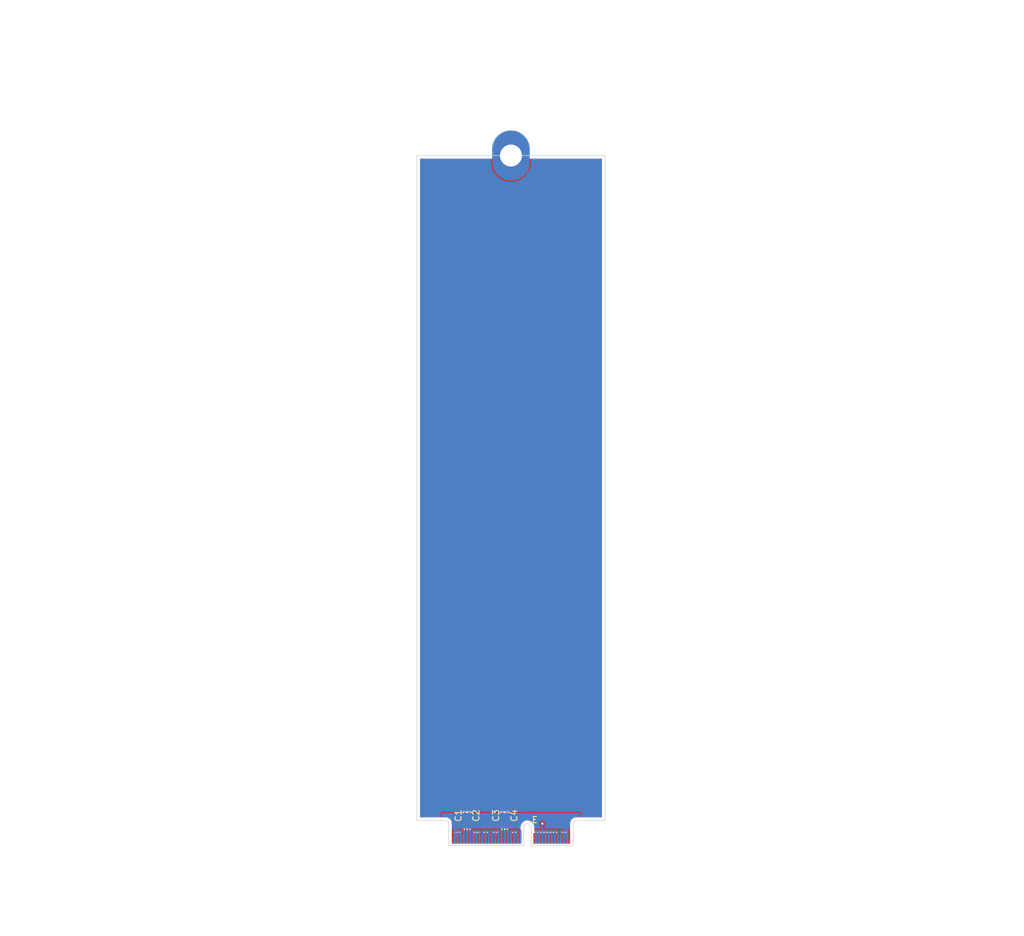
<source format=kicad_pcb>
(kicad_pcb (version 20241229) (generator "pcbnew") (generator_version "9.0")
  (layers (0 "F.Cu" signal) (2 "B.Cu" signal) (13 "F.Paste" user) (15 "B.Paste" user) (5 "F.SilkS" user "F.Silkscreen") (7 "B.SilkS" user "B.Silkscreen") (1 "F.Mask" user) (3 "B.Mask" user) (25 "Edge.Cuts" user))
  (net 0 "")
  (net 1 "/M.2 E Key/PET1P")
  (net 2 "/M.2 E Key/PET1N")
  (net 3 "/M.2 E Key/PET0P")
  (net 4 "/M.2 E Key/PET0N")
  (net 5 "GND")
  (net 6 "+3.3V")
  (net 7 "/USB_D+")
  (net 8 "/USB_D-")
  (net 9 "/LED#1")
  (net 10 "/I2S_SCK")
  (net 11 "/SDIO_CLK")
  (net 12 "/I2S_WS")
  (net 13 "/SDIO_CMD")
  (net 14 "/I2S_SD_OUT")
  (net 15 "/SDIO_DATA0")
  (net 16 "/I2S_SD_IN")
  (net 17 "/SDIO_DATA3")
  (net 18 "/LED#2")
  (net 19 "/SDIO_DATA2")
  (net 20 "/SDIO_DATA1")
  (net 21 "/UART_WAKE#")
  (net 22 "/SDIO__WAKE#")
  (net 23 "/UART_TXD")
  (net 24 "/SDIO_RESET#")
  (net 25 "/UART_RXD")
  (net 26 "/UARD_RTS")
  (net 27 "/PER0-")
  (net 28 "/UART_CTS")
  (net 29 "/PER0+")
  (net 35 "/REFCLK0+")
  (net 37 "/REFCLK0-")
  (net 38 "/SUSCLK")
  (net 39 "/PERST0#")
  (net 40 "/CLKREQ0#")
  (net 41 "/W_DISABLE2#")
  (net 42 "/PEWAKE#")
  (net 43 "/W_DISABLE1#")
  (net 44 "/I2C_DATA")
  (net 45 "/PER1+")
  (net 46 "/I2C_CLK")
  (net 47 "/PER1-")
  (net 48 "/ALERT#")
  (net 50 "/PERST1#")
  (net 51 "/CLKREQ1#")
  (net 52 "/PEWAKE1#")
  (net 53 "/REFCLK1+")
  (net 54 "/REFCLK1-")
  (net 55 "/PET0-")
  (net 56 "/PET1+")
  (net 57 "/PET0+")
  (net 58 "/PET1-")
  (footprint "PCIexpress:M.2 E Key Connector" (layer "F.Cu") (at 109.51 157.67)
    (property "Reference" "J1")
    (property "Value" "~")
    (fp_line (start -11 -2.89) (end -10.425 -2.89) (stroke (width 0.1)) (layer "Edge.Cuts") (net 1))
    (fp_line (start -9.925 -2.39) (end -9.925 1.11) (stroke (width 0.1)) (layer "Edge.Cuts") (net 1))
    (fp_line (start 2.02 -1.79) (end 2.02 1.11) (stroke (width 0.1)) (layer "Edge.Cuts") (net 1))
    (fp_line (start 2.02 1.11) (end -9.925 1.11) (stroke (width 0.1)) (layer "Edge.Cuts") (net 1))
    (fp_line (start 3.22 -1.79) (end 3.22 1.11) (stroke (width 0.1)) (layer "Edge.Cuts") (net 1))
    (fp_line (start 3.22 1.11) (end 9.925 1.11) (stroke (width 0.1)) (layer "Edge.Cuts") (net 1))
    (fp_line (start 9.925 -2.39) (end 9.925 1.11) (stroke (width 0.1)) (layer "Edge.Cuts") (net 1))
    (fp_line (start 10.425 -2.89) (end 11 -2.89) (stroke (width 0.1)) (layer "Edge.Cuts") (net 1))
    (fp_arc (start -10.425 -2.89) (mid -10.071447 -2.743553) (end -9.925 -2.39) (stroke (width 0.1)) (layer "Edge.Cuts") (net 1))
    (fp_arc (start 2.02 -1.79) (mid 2.62 -2.39) (end 3.22 -1.79) (stroke (width 0.1)) (layer "Edge.Cuts") (net 1))
    (fp_arc (start 9.925 -2.39) (mid 10.071447 -2.743553) (end 10.425 -2.89) (stroke (width 0.1)) (layer "Edge.Cuts") (net 1))
    (fp_text user "E" (at 3.245 -2.395 0) (layer "F.SilkS") (effects (justify left bottom)))
    (pad "1" smd rect (at 9.25 -0.04 180) (size 0.35 1.7) (layers "F.Cu") (net 5 "GND"))
    (pad "2" smd rect (at 9 -0.29 180) (size 0.35 2.2) (layers "B.Cu") (net 6 "+3.3V"))
    (pad "3" smd rect (at 8.75 -0.04 180) (size 0.35 1.7) (layers "F.Cu") (net 7 "/USB_D+"))
    (pad "4" smd rect (at 8.5 -0.29 180) (size 0.35 2.2) (layers "B.Cu") (net 6 "+3.3V"))
    (pad "5" smd rect (at 8.25 -0.04 180) (size 0.35 1.7) (layers "F.Cu") (net 8 "/USB_D-"))
    (pad "6" smd rect (at 8 -0.29 180) (size 0.35 2.2) (layers "B.Cu") (net 9 "/LED#1"))
    (pad "7" smd rect (at 7.75 -0.04 180) (size 0.35 1.7) (layers "F.Cu") (net 5 "GND"))
    (pad "8" smd rect (at 7.5 -0.29 180) (size 0.35 2.2) (layers "B.Cu") (net 10 "/I2S_SCK"))
    (pad "9" smd rect (at 7.25 -0.04 180) (size 0.35 1.7) (layers "F.Cu") (net 11 "/SDIO_CLK"))
    (pad "10" smd rect (at 7 -0.29 180) (size 0.35 2.2) (layers "B.Cu") (net 12 "/I2S_WS"))
    (pad "11" smd rect (at 6.75 -0.04 180) (size 0.35 1.7) (layers "F.Cu") (net 13 "/SDIO_CMD"))
    (pad "12" smd rect (at 6.5 -0.29 180) (size 0.35 2.2) (layers "B.Cu") (net 14 "/I2S_SD_OUT"))
    (pad "13" smd rect (at 6.25 -0.04 180) (size 0.35 1.7) (layers "F.Cu") (net 15 "/SDIO_DATA0"))
    (pad "14" smd rect (at 6 -0.29 180) (size 0.35 2.2) (layers "B.Cu") (net 16 "/I2S_SD_IN"))
    (pad "15" smd rect (at 5.75 -0.04 180) (size 0.35 1.7) (layers "F.Cu") (net 17 "/SDIO_DATA3"))
    (pad "16" smd rect (at 5.5 -0.29 180) (size 0.35 2.2) (layers "B.Cu") (net 18 "/LED#2"))
    (pad "17" smd rect (at 5.25 -0.04 180) (size 0.35 1.7) (layers "F.Cu") (net 19 "/SDIO_DATA2"))
    (pad "18" smd rect (at 5 -0.29 180) (size 0.35 2.2) (layers "B.Cu") (net 5 "GND"))
    (pad "19" smd rect (at 4.75 -0.04 180) (size 0.35 1.7) (layers "F.Cu") (net 20 "/SDIO_DATA1"))
    (pad "20" smd rect (at 4.5 -0.29 180) (size 0.35 2.2) (layers "B.Cu") (net 21 "/UART_WAKE#"))
    (pad "21" smd rect (at 4.25 -0.04 180) (size 0.35 1.7) (layers "F.Cu") (net 22 "/SDIO__WAKE#"))
    (pad "22" smd rect (at 4 -0.29 180) (size 0.35 2.2) (layers "B.Cu") (net 23 "/UART_TXD"))
    (pad "23" smd rect (at 3.75 -0.04 180) (size 0.35 1.7) (layers "F.Cu") (net 24 "/SDIO_RESET#"))
    (pad "32" smd rect (at 1.5 -0.29 180) (size 0.35 2.2) (layers "B.Cu") (net 25 "/UART_RXD"))
    (pad "33" smd rect (at 1.25 -0.04 180) (size 0.35 1.7) (layers "F.Cu") (net 5 "GND"))
    (pad "34" smd rect (at 1 -0.29 180) (size 0.35 2.2) (layers "B.Cu") (net 26 "/UARD_RTS"))
    (pad "35" smd rect (at 0.75 -0.04 180) (size 0.35 1.7) (layers "F.Cu") (net 27 "/PER0-"))
    (pad "36" smd rect (at 0.5 -0.29 180) (size 0.35 2.2) (layers "B.Cu") (net 28 "/UART_CTS"))
    (pad "37" smd rect (at 0.25 -0.04 180) (size 0.35 1.7) (layers "F.Cu") (net 29 "/PER0+"))
    (pad "38" smd rect (at 0 -0.29 180) (size 0.35 2.2) (layers "B.Cu"))
    (pad "39" smd rect (at -0.25 -0.04 180) (size 0.35 1.7) (layers "F.Cu") (net 5 "GND"))
    (pad "40" smd rect (at -0.5 -0.29 180) (size 0.35 2.2) (layers "B.Cu"))
    (pad "41" smd rect (at -0.75 -0.04 180) (size 0.35 1.7) (layers "F.Cu") (net 3 "/M.2 E Key/PET0P"))
    (pad "42" smd rect (at -1 -0.29 180) (size 0.35 2.2) (layers "B.Cu"))
    (pad "43" smd rect (at -1.25 -0.04 180) (size 0.35 1.7) (layers "F.Cu") (net 4 "/M.2 E Key/PET0N"))
    (pad "44" smd rect (at -1.5 -0.29 180) (size 0.35 2.2) (layers "B.Cu"))
    (pad "45" smd rect (at -1.75 -0.04 180) (size 0.35 1.7) (layers "F.Cu") (net 5 "GND"))
    (pad "46" smd rect (at -2 -0.29 180) (size 0.35 2.2) (layers "B.Cu"))
    (pad "47" smd rect (at -2.25 -0.04 180) (size 0.35 1.7) (layers "F.Cu") (net 35 "/REFCLK0+"))
    (pad "48" smd rect (at -2.5 -0.29 180) (size 0.35 2.2) (layers "B.Cu"))
    (pad "49" smd rect (at -2.75 -0.04 180) (size 0.35 1.7) (layers "F.Cu") (net 37 "/REFCLK0-"))
    (pad "50" smd rect (at -3 -0.29 180) (size 0.35 2.2) (layers "B.Cu") (net 38 "/SUSCLK"))
    (pad "51" smd rect (at -3.25 -0.04 180) (size 0.35 1.7) (layers "F.Cu") (net 5 "GND"))
    (pad "52" smd rect (at -3.5 -0.29 180) (size 0.35 2.2) (layers "B.Cu") (net 39 "/PERST0#"))
    (pad "53" smd rect (at -3.75 -0.04 180) (size 0.35 1.7) (layers "F.Cu") (net 40 "/CLKREQ0#"))
    (pad "54" smd rect (at -4 -0.29 180) (size 0.35 2.2) (layers "B.Cu") (net 41 "/W_DISABLE2#"))
    (pad "55" smd rect (at -4.25 -0.04 180) (size 0.35 1.7) (layers "F.Cu") (net 42 "/PEWAKE#"))
    (pad "56" smd rect (at -4.5 -0.29 180) (size 0.35 2.2) (layers "B.Cu") (net 43 "/W_DISABLE1#"))
    (pad "57" smd rect (at -4.75 -0.04 180) (size 0.35 1.7) (layers "F.Cu") (net 5 "GND"))
    (pad "58" smd rect (at -5 -0.29 180) (size 0.35 2.2) (layers "B.Cu") (net 44 "/I2C_DATA"))
    (pad "59" smd rect (at -5.25 -0.04 180) (size 0.35 1.7) (layers "F.Cu") (net 45 "/PER1+"))
    (pad "60" smd rect (at -5.5 -0.29 180) (size 0.35 2.2) (layers "B.Cu") (net 46 "/I2C_CLK"))
    (pad "61" smd rect (at -5.75 -0.04 180) (size 0.35 1.7) (layers "F.Cu") (net 47 "/PER1-"))
    (pad "62" smd rect (at -6 -0.29 180) (size 0.35 2.2) (layers "B.Cu") (net 48 "/ALERT#"))
    (pad "63" smd rect (at -6.25 -0.04 180) (size 0.35 1.7) (layers "F.Cu") (net 5 "GND"))
    (pad "64" smd rect (at -6.5 -0.29 180) (size 0.35 2.2) (layers "B.Cu"))
    (pad "65" smd rect (at -6.75 -0.04 180) (size 0.35 1.7) (layers "F.Cu") (net 1 "/M.2 E Key/PET1P"))
    (pad "66" smd rect (at -7 -0.29 180) (size 0.35 2.2) (layers "B.Cu") (net 50 "/PERST1#"))
    (pad "67" smd rect (at -7.25 -0.04 180) (size 0.35 1.7) (layers "F.Cu") (net 2 "/M.2 E Key/PET1N"))
    (pad "68" smd rect (at -7.5 -0.29 180) (size 0.35 2.2) (layers "B.Cu") (net 51 "/CLKREQ1#"))
    (pad "69" smd rect (at -7.75 -0.04 180) (size 0.35 1.7) (layers "F.Cu") (net 5 "GND"))
    (pad "70" smd rect (at -8 -0.29 180) (size 0.35 2.2) (layers "B.Cu") (net 52 "/PEWAKE1#"))
    (pad "71" smd rect (at -8.25 -0.04 180) (size 0.35 1.7) (layers "F.Cu") (net 53 "/REFCLK1+"))
    (pad "72" smd rect (at -8.5 -0.29 180) (size 0.35 2.2) (layers "B.Cu") (net 6 "+3.3V"))
    (pad "73" smd rect (at -8.75 -0.04 180) (size 0.35 1.7) (layers "F.Cu") (net 54 "/REFCLK1-"))
    (pad "74" smd rect (at -9 -0.29 180) (size 0.35 2.2) (layers "B.Cu") (net 6 "+3.3V"))
    (pad "75" smd rect (at -9.25 -0.04 180) (size 0.35 1.7) (layers "F.Cu") (net 5 "GND"))
  )
  (footprint "Capacitor_SMD:C_0201_0603Metric" (layer "F.Cu") (at 108.16 154.01 90)
    (property "Reference" "C3" (at 0 -1.05 90) (layer "F.SilkS"))
    (property "Value" "220nF")
    (pad "1" smd roundrect (at -0.32 0 90) (size 0.46 0.4) (layers "F.Cu" "F.Mask") (net 4 "/M.2 E Key/PET0N"))
    (pad "2" smd roundrect (at 0.32 0 90) (size 0.46 0.4) (layers "F.Cu" "F.Mask") (net 55 "/PET0-"))
  )
  (footprint "Capacitor_SMD:C_0201_0603Metric" (layer "F.Cu") (at 102.16 154.01 90)
    (property "Reference" "C1" (at 0 -1.05 90) (layer "F.SilkS"))
    (property "Value" "220nF")
    (pad "1" smd roundrect (at -0.32 0 90) (size 0.46 0.4) (layers "F.Cu" "F.Mask") (net 2 "/M.2 E Key/PET1N"))
    (pad "2" smd roundrect (at 0.32 0 90) (size 0.46 0.4) (layers "F.Cu" "F.Mask") (net 58 "/PET1-"))
  )
  (footprint "Capacitor_SMD:C_0201_0603Metric" (layer "F.Cu") (at 108.86 154.01 90)
    (property "Reference" "C4" (at 0 1.14 90) (layer "F.SilkS"))
    (property "Value" "220nF")
    (pad "1" smd roundrect (at -0.32 0 90) (size 0.46 0.4) (layers "F.Cu" "F.Mask") (net 3 "/M.2 E Key/PET0P"))
    (pad "2" smd roundrect (at 0.32 0 90) (size 0.46 0.4) (layers "F.Cu" "F.Mask") (net 57 "/PET0+"))
  )
  (footprint "Capacitor_SMD:C_0201_0603Metric" (layer "F.Cu") (at 102.86 154.01 90)
    (property "Reference" "C2" (at 0 1.09 90) (layer "F.SilkS"))
    (property "Value" "220nF")
    (pad "1" smd roundrect (at -0.32 0 90) (size 0.46 0.4) (layers "F.Cu" "F.Mask") (net 1 "/M.2 E Key/PET1P"))
    (pad "2" smd roundrect (at 0.32 0 90) (size 0.46 0.4) (layers "F.Cu" "F.Mask") (net 56 "/PET1+"))
  )
  (footprint "Athena KiCAd library:M.2 Mounting Pad" (layer "F.Cu") (at 109.51 48.78)
    (property "Reference" "H1")
    (property "Value" "MountingHole_Pad")
    (pad "1" thru_hole circle (at 0 0) (size 5.5 5.5) (drill 3.5) (property pad_prop_castellated) (layers "*.Cu" "*.Mask") (net 5 "GND") (padstack (mode front_inner_back) (layer "Inner" (shape circle) (size 5.5 5.5)) (layer "B.Cu" (shape oval) (size 6 8))))
  )
  (gr_line (start 120.51 154.78) (end 124.51 154.78) (stroke (width 0.1)) (layer "Edge.Cuts"))
  (gr_line (start 124.51 154.78) (end 124.51 48.78) (stroke (width 0.1)) (layer "Edge.Cuts"))
  (gr_line (start 94.51 48.78) (end 94.51 154.78) (stroke (width 0.1)) (layer "Edge.Cuts"))
  (gr_line (start 124.51 48.78) (end 94.51 48.78) (stroke (width 0.1)) (layer "Edge.Cuts"))
  (gr_line (start 98.51 154.78) (end 94.51 154.78) (stroke (width 0.1)) (layer "Edge.Cuts"))
  (segment (start 102.86 154.675001) (end 102.86 154.33) (width 0.2) (layer "F.Cu") (net 1))
  (segment (start 102.76 156.354999) (end 102.735 156.329999) (width 0.2) (layer "F.Cu") (net 1))
  (segment (start 102.76 157.63) (end 102.76 156.354999) (width 0.2) (layer "F.Cu") (net 1))
  (segment (start 102.735 156.329999) (end 102.735 154.800001) (width 0.2) (layer "F.Cu") (net 1))
  (segment (start 102.735 154.800001) (end 102.86 154.675001) (width 0.2) (layer "F.Cu") (net 1))
  (segment (start 102.16 154.675001) (end 102.16 154.33) (width 0.2) (layer "F.Cu") (net 2))
  (segment (start 102.285 154.800001) (end 102.16 154.675001) (width 0.2) (layer "F.Cu") (net 2))
  (segment (start 102.26 157.63) (end 102.26 156.354999) (width 0.2) (layer "F.Cu") (net 2))
  (segment (start 102.26 156.354999) (end 102.285 156.329999) (width 0.2) (layer "F.Cu") (net 2))
  (segment (start 102.285 156.329999) (end 102.285 154.800001) (width 0.2) (layer "F.Cu") (net 2))
  (segment (start 108.86 154.675001) (end 108.86 154.33) (width 0.2) (layer "F.Cu") (net 3))
  (segment (start 108.76 157.63) (end 108.76 156.354999) (width 0.2) (layer "F.Cu") (net 3))
  (segment (start 108.735 156.329999) (end 108.735 154.800001) (width 0.2) (layer "F.Cu") (net 3))
  (segment (start 108.735 154.800001) (end 108.86 154.675001) (width 0.2) (layer "F.Cu") (net 3))
  (segment (start 108.76 156.354999) (end 108.735 156.329999) (width 0.2) (layer "F.Cu") (net 3))
  (segment (start 108.26 157.63) (end 108.26 156.354999) (width 0.2) (layer "F.Cu") (net 4))
  (segment (start 108.285 156.329999) (end 108.285 154.800001) (width 0.2) (layer "F.Cu") (net 4))
  (segment (start 108.16 154.675001) (end 108.16 154.33) (width 0.2) (layer "F.Cu") (net 4))
  (segment (start 108.26 156.354999) (end 108.285 156.329999) (width 0.2) (layer "F.Cu") (net 4))
  (segment (start 108.285 154.800001) (end 108.16 154.675001) (width 0.2) (layer "F.Cu") (net 4))
  (via (at 114.51 155.29) (size 0.6) (drill 0.3) (layers "F.Cu" "B.Cu") (net 5))
  (segment (start 114.51 155.29) (end 114.51 157.38) (width 0.2) (layer "B.Cu") (net 5))
  (zone (net 5) (net_name "GND") (layers "F.Cu" "B.Cu") (connect_pads (clearance 0.2)) (min_thickness 0.15) (fill yes (thermal_gap 0.2) (thermal_bridge_width 0.35))
    (polygon (pts (xy 94.51 157.31) (xy 94.51 48.78) (xy 124.51 48.78) (xy 124.51 157.31)))
  )
  (zone (net 6) (net_name "+3.3V") (layer "B.Cu") (priority 1) (connect_pads (clearance 0.2)) (min_thickness 0.15) (fill yes (thermal_gap 0.2) (thermal_bridge_width 0.35))
    (polygon (pts (xy 120.51 157.31) (xy 120.51 153.58) (xy 98.51 153.58) (xy 98.51 157.31)))
  )
)
</source>
